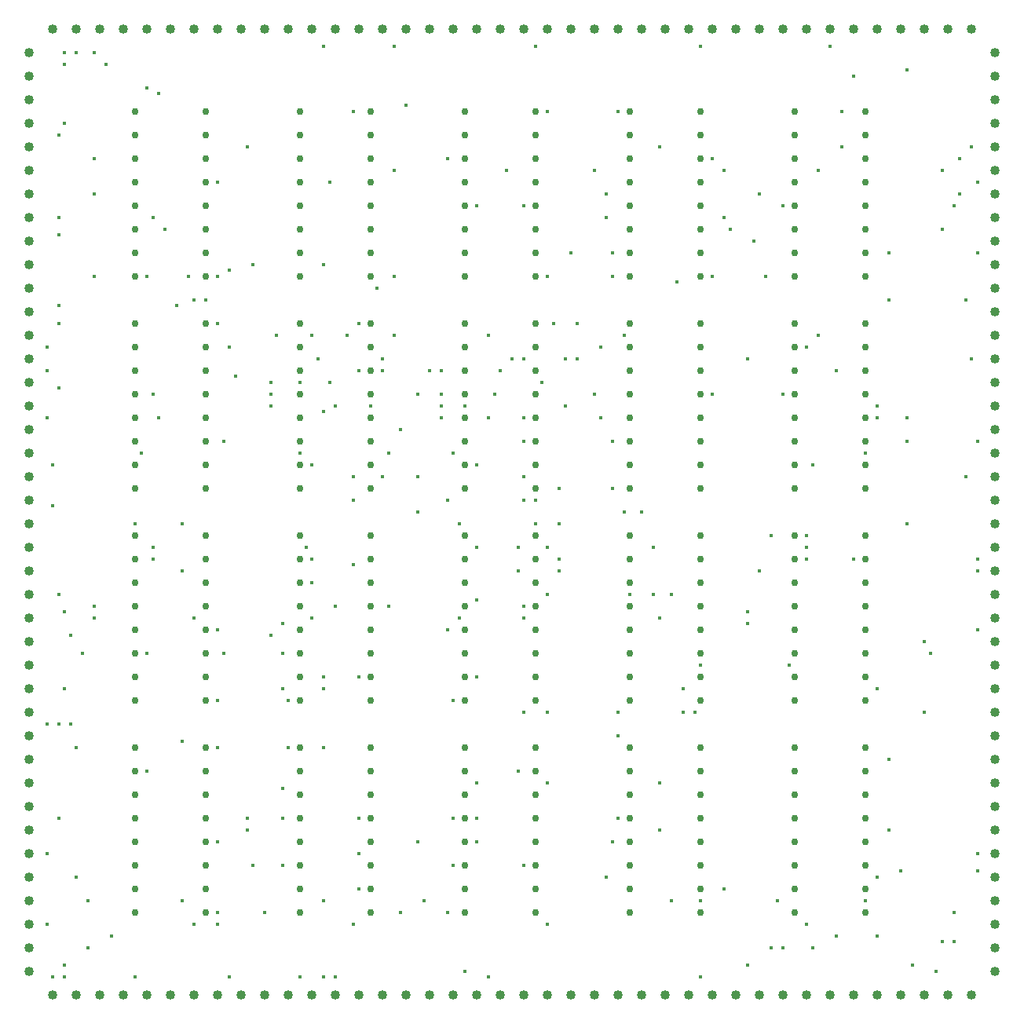
<source format=gbr>
G04 PROTEUS GERBER X2 FILE*
%TF.GenerationSoftware,Labcenter,Proteus,8.13-SP0-Build31525*%
%TF.CreationDate,2022-07-18T17:11:33+00:00*%
%TF.FileFunction,Plated,1,2,PTH*%
%TF.FilePolarity,Positive*%
%TF.Part,Single*%
%TF.SameCoordinates,{576ea621-ad59-411c-95cb-525281b3a317}*%
%FSLAX45Y45*%
%MOMM*%
G01*
%TA.AperFunction,ViaDrill*%
%ADD28C,0.381000*%
%TA.AperFunction,ComponentDrill*%
%ADD29C,1.016000*%
%TA.AperFunction,ComponentDrill*%
%ADD72C,0.762000*%
%TD.AperFunction*%
D28*
X-698500Y+3556000D03*
X-1968500Y+3302000D03*
X-1270000Y+4762500D03*
X-3175000Y+3302000D03*
X-4508500Y+4699000D03*
X-4508500Y+3556000D03*
X-2032000Y+4762500D03*
X+4508500Y-1778000D03*
X+3175000Y-4699000D03*
X-3175000Y-4699000D03*
X-3429000Y-4699000D03*
X-5016500Y-4699000D03*
X+2794000Y-4953000D03*
X+2540000Y-1460500D03*
X+2540000Y-5143500D03*
X-4826000Y-5143500D03*
X+2667000Y+3175000D03*
X+2921000Y+3048000D03*
X-63500Y+3429000D03*
X-1270000Y+3429000D03*
X+127000Y+3048000D03*
X-381000Y+3048000D03*
X+254000Y+4762500D03*
X+889000Y+3429000D03*
X+1143000Y+4064000D03*
X+381000Y+4064000D03*
X+2159000Y+3556000D03*
X+4318000Y-5143500D03*
X-4953000Y-5270500D03*
X-3048000Y-5270500D03*
X-2476500Y-4064000D03*
X-3175000Y-3810000D03*
X-3111500Y-1778000D03*
X-2476500Y-1778000D03*
X-2476500Y-1460500D03*
X-3175000Y-1524000D03*
X-2159000Y-1397000D03*
X-2603500Y-1587500D03*
X-2286000Y-5270500D03*
X-2032000Y-5270500D03*
X-1270000Y+1651000D03*
X-1651000Y+1270000D03*
X-4508500Y+3175000D03*
X+1016000Y+3175000D03*
X+2032000Y+4762500D03*
X+3429000Y+4762500D03*
X+4762500Y+3048000D03*
X+4762500Y-4572000D03*
X-4318000Y-4826000D03*
X+4635500Y+2794000D03*
X+4635500Y-4889500D03*
X-4572000Y-4953000D03*
X-4064000Y-5270500D03*
X-3810000Y+762000D03*
X-2603500Y+1016000D03*
X-1206500Y-4572000D03*
X-952500Y-4445000D03*
X-889000Y+1270000D03*
X-1397000Y+1270000D03*
X-1016000Y+1016000D03*
X-762000Y+762000D03*
X-190500Y+1016000D03*
X+127000Y+508000D03*
X+127000Y+762000D03*
X-254000Y+762000D03*
X+571500Y+889000D03*
X-508000Y+889000D03*
X+317500Y+1143000D03*
X-127000Y+1270000D03*
X+2921000Y-4953000D03*
X+3238500Y-4953000D03*
X+2286000Y-4318000D03*
X+3937000Y-4826000D03*
X+4889500Y+127000D03*
X+3238500Y+254000D03*
X+5016500Y-4127500D03*
X+4191000Y-4127500D03*
X+889000Y+1016000D03*
X+952500Y+762000D03*
X+1079500Y+508000D03*
X+4762500Y-4889500D03*
X+4635500Y+3429000D03*
X+3302000Y+3429000D03*
X+2730500Y+2286000D03*
X+2159000Y+2286000D03*
X+2667000Y-889000D03*
X+2540000Y-1333500D03*
X+2921000Y+1016000D03*
X+2159000Y+1016000D03*
X+1524000Y-635000D03*
X+381000Y-635000D03*
X+127000Y-4064000D03*
X-1651000Y-3937000D03*
X-1651000Y-4318000D03*
X-4699000Y-4191000D03*
X+63500Y-3048000D03*
X+63500Y-889000D03*
X-4826000Y-5270500D03*
X-508000Y-5207000D03*
X-254000Y-5270500D03*
X+2032000Y-5270500D03*
X+2032000Y-4445000D03*
X+2857500Y-4445000D03*
X+1714500Y-4445000D03*
X+1587500Y-3683000D03*
X-5016500Y-3937000D03*
X-381000Y-2032000D03*
X-381000Y-3175000D03*
X-4889500Y-3556000D03*
X+127000Y-1397000D03*
X+127000Y-2413000D03*
X-5016500Y-2540000D03*
X+3937000Y-4191000D03*
X+381000Y-4699000D03*
X-2159000Y+1651000D03*
X-3175000Y+1778000D03*
X-1714500Y-825500D03*
X+3937000Y-2159000D03*
X+2984500Y-1905000D03*
X-1714500Y-4699000D03*
X+3175000Y-762000D03*
X+3683000Y-762000D03*
X-2413000Y-2794000D03*
X-3175000Y-2794000D03*
X-3492500Y+2286000D03*
X-3937000Y+2286000D03*
X+1079500Y+0D03*
X-3175000Y+2286000D03*
X+1841500Y-2413000D03*
X-4064000Y-381000D03*
X+63500Y-635000D03*
X+254000Y-127000D03*
X-3873500Y-762000D03*
X-3937000Y-3048000D03*
X+3810000Y-4445000D03*
X+127000Y-127000D03*
X+0Y+1397000D03*
X+3556000Y+3683000D03*
X-1714500Y-127000D03*
X+1587500Y+3683000D03*
X-4889500Y-2540000D03*
X+1841500Y-2159000D03*
X+1968500Y-2413000D03*
X+571500Y+1397000D03*
X+952500Y+1524000D03*
X-381000Y+254000D03*
X-3873500Y+1016000D03*
X-1270000Y+2286000D03*
X-2032000Y+2413000D03*
X-2794000Y+2413000D03*
X-3048000Y+2349500D03*
X+508000Y-762000D03*
X-2032000Y-2794000D03*
X-3873500Y-635000D03*
X+127000Y+127000D03*
X+127000Y+1397000D03*
X-3048000Y+1524000D03*
X-4699000Y+4699000D03*
X-4826000Y+3937000D03*
X+1143000Y-2413000D03*
X-1143000Y+4127500D03*
X-1714500Y+4064000D03*
X-3746500Y+2794000D03*
X-2857500Y+3683000D03*
X-3556000Y-381000D03*
X-3429000Y-1397000D03*
X-2159000Y-1016000D03*
X-2159000Y-762000D03*
X-381000Y-635000D03*
X-635000Y+381000D03*
X+3810000Y+381000D03*
X+3492500Y-4826000D03*
X+4064000Y+2540000D03*
X+3937000Y+889000D03*
X-254000Y+1651000D03*
X-762000Y+889000D03*
X-1524000Y+889000D03*
X-1905000Y+889000D03*
X-2286000Y+1143000D03*
X-1968500Y+1143000D03*
X-4889500Y-1143000D03*
X-2603500Y+1143000D03*
X-1333500Y+381000D03*
X-762000Y+1016000D03*
X-762000Y+1270000D03*
X-1397000Y+1397000D03*
X-2095500Y+1397000D03*
X-5016500Y+1524000D03*
X-5016500Y+1270000D03*
X-5016500Y+762000D03*
X-1206500Y+635000D03*
X-1905000Y-1270000D03*
X+254000Y-381000D03*
X+508000Y-381000D03*
X+4254500Y-381000D03*
X+4254500Y+508000D03*
X+5016500Y+508000D03*
X-1651000Y-3556000D03*
X-2032000Y+825500D03*
X-1651000Y+1778000D03*
X+444500Y+1778000D03*
X-698500Y-1524000D03*
X-698500Y-127000D03*
X-4953000Y-190500D03*
X-4953000Y+254000D03*
X-2286000Y+381000D03*
X-2032000Y-2032000D03*
X-1651000Y-2032000D03*
X-4572000Y-4445000D03*
X-3556000Y-4445000D03*
X-3175000Y-4572000D03*
X-2667000Y-4572000D03*
X-2032000Y-4445000D03*
X-698500Y-4572000D03*
X-4826000Y-2159000D03*
X-2476500Y-2159000D03*
X-2032000Y-2159000D03*
X-635000Y-2286000D03*
X+127000Y-1270000D03*
X+508000Y+0D03*
X-4699000Y-2794000D03*
X-3556000Y-2730500D03*
X-3556000Y-889000D03*
X-571500Y-1397000D03*
X-381000Y-1206500D03*
X-571500Y-381000D03*
X+381000Y-2413000D03*
X-4762500Y-2540000D03*
X-1714500Y+127000D03*
X-1778000Y+1651000D03*
X+698500Y+1778000D03*
X+1206500Y+1651000D03*
X+3302000Y+1651000D03*
X+4953000Y+1397000D03*
X+4572000Y-5207000D03*
X-1905000Y-5270500D03*
X-2794000Y-4064000D03*
X+1778000Y+2222500D03*
X+5016500Y+2540000D03*
X+2286000Y+2921000D03*
X+1079500Y+2286000D03*
X+381000Y+2286000D03*
X-4826000Y-1333500D03*
X-4889500Y+1968500D03*
X-3619500Y+1968500D03*
X-2984500Y+1206500D03*
X-3111500Y+508000D03*
X-3937000Y-1778000D03*
X-4000500Y+381000D03*
X-4889500Y+1079500D03*
X-2159000Y+254000D03*
X-2603500Y+889000D03*
X-2540000Y+1651000D03*
X-4889500Y+1778000D03*
X-4381500Y+4572000D03*
X+4953000Y+3683000D03*
X-3937000Y+4318000D03*
X+4826000Y+3556000D03*
X-3810000Y+4254500D03*
X+5016500Y+3302000D03*
X-3873500Y+2921000D03*
X+1016000Y+2921000D03*
X+2286000Y+3429000D03*
X+4826000Y+3175000D03*
X-2476500Y-3238500D03*
X-2476500Y-3556000D03*
X-2857500Y-3683000D03*
X-1460500Y+2159000D03*
X+4889500Y+2032000D03*
X+2349500Y+2794000D03*
X+1079500Y+2540000D03*
X+635000Y+2540000D03*
X-2857500Y-3556000D03*
X+2603500Y+2667000D03*
X+3492500Y+1270000D03*
X-4826000Y+4699000D03*
X+3683000Y+4445000D03*
X-4826000Y+4572000D03*
X+4254500Y+4508500D03*
X+4254500Y+762000D03*
X+3937000Y+762000D03*
X+4064000Y+2032000D03*
X-4635500Y-1778000D03*
X-4762500Y-1587500D03*
X-635000Y-3556000D03*
X-381000Y-3556000D03*
X+381000Y-3175000D03*
X+381000Y-1143000D03*
X+1270000Y-1143000D03*
X+1524000Y-1143000D03*
X+4445000Y-2413000D03*
X+4445000Y-1651000D03*
X+5016500Y-1524000D03*
X-1016000Y-254000D03*
X-1016000Y-3810000D03*
X-635000Y-4064000D03*
X+698500Y+1397000D03*
X+2540000Y+1397000D03*
X+3175000Y-635000D03*
X+5016500Y-762000D03*
X+1016000Y-4191000D03*
X+1206500Y-254000D03*
X+5016500Y-3937000D03*
X-381000Y-3810000D03*
X+1587500Y-3175000D03*
X+2032000Y-1905000D03*
X+1143000Y-2667000D03*
X+1143000Y-3556000D03*
X+1079500Y-3810000D03*
X+1397000Y-254000D03*
X+508000Y-889000D03*
X+5016500Y-889000D03*
X+1714500Y-1143000D03*
X+1587500Y-1397000D03*
X+4064000Y-3683000D03*
X+4064000Y-2921000D03*
X-4508500Y-1270000D03*
X-4508500Y+2286000D03*
X-4889500Y+2730500D03*
X-4508500Y-1397000D03*
X-4889500Y+3810000D03*
X-4889500Y+2921000D03*
X-3429000Y+2032000D03*
X+2794000Y-508000D03*
X-3175000Y-2286000D03*
X-2413000Y-2286000D03*
X+3175000Y-508000D03*
X+3175000Y+1524000D03*
X-1397000Y+127000D03*
X-1016000Y+127000D03*
X-3302000Y+2032000D03*
X-1333500Y-1270000D03*
X+3556000Y+4064000D03*
X-2222500Y-635000D03*
D29*
X-2921000Y+4953000D03*
X-2667000Y+4953000D03*
X-2413000Y+4953000D03*
X-2159000Y+4953000D03*
X-1905000Y+4953000D03*
X-1651000Y+4953000D03*
X-1397000Y+4953000D03*
X-1143000Y+4953000D03*
X-889000Y+4953000D03*
X-635000Y+4953000D03*
X-381000Y+4953000D03*
X-127000Y+4953000D03*
X+127000Y+4953000D03*
X+381000Y+4953000D03*
X+635000Y+4953000D03*
X+889000Y+4953000D03*
X+1143000Y+4953000D03*
X+1397000Y+4953000D03*
X+1651000Y+4953000D03*
X+1905000Y+4953000D03*
X+2159000Y+4953000D03*
X+2413000Y+4953000D03*
X+2667000Y+4953000D03*
X+2921000Y+4953000D03*
X+3175000Y+4953000D03*
X+3429000Y+4953000D03*
X+3683000Y+4953000D03*
X+3937000Y+4953000D03*
X+4191000Y+4953000D03*
X+4445000Y+4953000D03*
X+4699000Y+4953000D03*
X+4953000Y+4953000D03*
X-4953000Y+4953000D03*
X-4699000Y+4953000D03*
X-4445000Y+4953000D03*
X-4191000Y+4953000D03*
X-3937000Y+4953000D03*
X-3683000Y+4953000D03*
X-3429000Y+4953000D03*
X-3175000Y+4953000D03*
X-4953000Y-5461000D03*
X-4699000Y-5461000D03*
X-4445000Y-5461000D03*
X-4191000Y-5461000D03*
X-3937000Y-5461000D03*
X-3683000Y-5461000D03*
X-3429000Y-5461000D03*
X-3175000Y-5461000D03*
X-2921000Y-5461000D03*
X-2667000Y-5461000D03*
X-2413000Y-5461000D03*
X-2159000Y-5461000D03*
X-1905000Y-5461000D03*
X-1651000Y-5461000D03*
X-1397000Y-5461000D03*
X-1143000Y-5461000D03*
X-889000Y-5461000D03*
X-635000Y-5461000D03*
X-381000Y-5461000D03*
X-127000Y-5461000D03*
X+127000Y-5461000D03*
X+381000Y-5461000D03*
X+635000Y-5461000D03*
X+889000Y-5461000D03*
X+1143000Y-5461000D03*
X+1397000Y-5461000D03*
X+1651000Y-5461000D03*
X+1905000Y-5461000D03*
X+2159000Y-5461000D03*
X+2413000Y-5461000D03*
X+2667000Y-5461000D03*
X+2921000Y-5461000D03*
X+3175000Y-5461000D03*
X+3429000Y-5461000D03*
X+3683000Y-5461000D03*
X+3937000Y-5461000D03*
X+4191000Y-5461000D03*
X+4445000Y-5461000D03*
X+4699000Y-5461000D03*
X+4953000Y-5461000D03*
X-5207000Y+4699000D03*
X-5207000Y+4445000D03*
X-5207000Y+4191000D03*
X-5207000Y+3937000D03*
X-5207000Y+3683000D03*
X-5207000Y+3429000D03*
X-5207000Y+3175000D03*
X-5207000Y+2921000D03*
X-5207000Y+2667000D03*
X-5207000Y+2413000D03*
X-5207000Y+2159000D03*
X-5207000Y+1905000D03*
X-5207000Y+1651000D03*
X-5207000Y+1397000D03*
X-5207000Y+1143000D03*
X-5207000Y+889000D03*
X-5207000Y+635000D03*
X-5207000Y+381000D03*
X-5207000Y+127000D03*
X-5207000Y-127000D03*
X-5207000Y-381000D03*
X-5207000Y-635000D03*
X-5207000Y-889000D03*
X-5207000Y-1143000D03*
X-5207000Y-1397000D03*
X-5207000Y-1651000D03*
X-5207000Y-1905000D03*
X-5207000Y-2159000D03*
X-5207000Y-2413000D03*
X-5207000Y-2667000D03*
X-5207000Y-2921000D03*
X-5207000Y-3175000D03*
X-5207000Y-3429000D03*
X-5207000Y-3683000D03*
X-5207000Y-3937000D03*
X-5207000Y-4191000D03*
X-5207000Y-4445000D03*
X-5207000Y-4699000D03*
X-5207000Y-4953000D03*
X-5207000Y-5207000D03*
X+5207000Y+4699000D03*
X+5207000Y+4445000D03*
X+5207000Y+4191000D03*
X+5207000Y+3937000D03*
X+5207000Y+3683000D03*
X+5207000Y+3429000D03*
X+5207000Y+3175000D03*
X+5207000Y+2921000D03*
X+5207000Y+2667000D03*
X+5207000Y+2413000D03*
X+5207000Y+2159000D03*
X+5207000Y+1905000D03*
X+5207000Y+1651000D03*
X+5207000Y+1397000D03*
X+5207000Y+1143000D03*
X+5207000Y+889000D03*
X+5207000Y+635000D03*
X+5207000Y+381000D03*
X+5207000Y+127000D03*
X+5207000Y-127000D03*
X+5207000Y-381000D03*
X+5207000Y-635000D03*
X+5207000Y-889000D03*
X+5207000Y-1143000D03*
X+5207000Y-1397000D03*
X+5207000Y-1651000D03*
X+5207000Y-1905000D03*
X+5207000Y-2159000D03*
X+5207000Y-2413000D03*
X+5207000Y-2667000D03*
X+5207000Y-2921000D03*
X+5207000Y-3175000D03*
X+5207000Y-3429000D03*
X+5207000Y-3683000D03*
X+5207000Y-3937000D03*
X+5207000Y-4191000D03*
X+5207000Y-4445000D03*
X+5207000Y-4699000D03*
X+5207000Y-4953000D03*
X+5207000Y-5207000D03*
D72*
X-4064000Y+4064000D03*
X-4064000Y+3810000D03*
X-4064000Y+3556000D03*
X-4064000Y+3302000D03*
X-4064000Y+3048000D03*
X-4064000Y+2794000D03*
X-4064000Y+2540000D03*
X-4064000Y+2286000D03*
X-3302000Y+2286000D03*
X-3302000Y+2540000D03*
X-3302000Y+2794000D03*
X-3302000Y+3048000D03*
X-3302000Y+3302000D03*
X-3302000Y+3556000D03*
X-3302000Y+3810000D03*
X-3302000Y+4064000D03*
X-2286000Y+4064000D03*
X-2286000Y+3810000D03*
X-2286000Y+3556000D03*
X-2286000Y+3302000D03*
X-2286000Y+3048000D03*
X-2286000Y+2794000D03*
X-2286000Y+2540000D03*
X-2286000Y+2286000D03*
X-1524000Y+2286000D03*
X-1524000Y+2540000D03*
X-1524000Y+2794000D03*
X-1524000Y+3048000D03*
X-1524000Y+3302000D03*
X-1524000Y+3556000D03*
X-1524000Y+3810000D03*
X-1524000Y+4064000D03*
X-508000Y+4064000D03*
X-508000Y+3810000D03*
X-508000Y+3556000D03*
X-508000Y+3302000D03*
X-508000Y+3048000D03*
X-508000Y+2794000D03*
X-508000Y+2540000D03*
X-508000Y+2286000D03*
X+254000Y+2286000D03*
X+254000Y+2540000D03*
X+254000Y+2794000D03*
X+254000Y+3048000D03*
X+254000Y+3302000D03*
X+254000Y+3556000D03*
X+254000Y+3810000D03*
X+254000Y+4064000D03*
X+1270000Y+4064000D03*
X+1270000Y+3810000D03*
X+1270000Y+3556000D03*
X+1270000Y+3302000D03*
X+1270000Y+3048000D03*
X+1270000Y+2794000D03*
X+1270000Y+2540000D03*
X+1270000Y+2286000D03*
X+2032000Y+2286000D03*
X+2032000Y+2540000D03*
X+2032000Y+2794000D03*
X+2032000Y+3048000D03*
X+2032000Y+3302000D03*
X+2032000Y+3556000D03*
X+2032000Y+3810000D03*
X+2032000Y+4064000D03*
X-4064000Y+1778000D03*
X-4064000Y+1524000D03*
X-4064000Y+1270000D03*
X-4064000Y+1016000D03*
X-4064000Y+762000D03*
X-4064000Y+508000D03*
X-4064000Y+254000D03*
X-4064000Y+0D03*
X-3302000Y+0D03*
X-3302000Y+254000D03*
X-3302000Y+508000D03*
X-3302000Y+762000D03*
X-3302000Y+1016000D03*
X-3302000Y+1270000D03*
X-3302000Y+1524000D03*
X-3302000Y+1778000D03*
X-2286000Y+1778000D03*
X-2286000Y+1524000D03*
X-2286000Y+1270000D03*
X-2286000Y+1016000D03*
X-2286000Y+762000D03*
X-2286000Y+508000D03*
X-2286000Y+254000D03*
X-2286000Y+0D03*
X-1524000Y+0D03*
X-1524000Y+254000D03*
X-1524000Y+508000D03*
X-1524000Y+762000D03*
X-1524000Y+1016000D03*
X-1524000Y+1270000D03*
X-1524000Y+1524000D03*
X-1524000Y+1778000D03*
X-508000Y+1778000D03*
X-508000Y+1524000D03*
X-508000Y+1270000D03*
X-508000Y+1016000D03*
X-508000Y+762000D03*
X-508000Y+508000D03*
X-508000Y+254000D03*
X-508000Y+0D03*
X+254000Y+0D03*
X+254000Y+254000D03*
X+254000Y+508000D03*
X+254000Y+762000D03*
X+254000Y+1016000D03*
X+254000Y+1270000D03*
X+254000Y+1524000D03*
X+254000Y+1778000D03*
X+3048000Y+1778000D03*
X+3048000Y+1524000D03*
X+3048000Y+1270000D03*
X+3048000Y+1016000D03*
X+3048000Y+762000D03*
X+3048000Y+508000D03*
X+3048000Y+254000D03*
X+3048000Y+0D03*
X+3810000Y+0D03*
X+3810000Y+254000D03*
X+3810000Y+508000D03*
X+3810000Y+762000D03*
X+3810000Y+1016000D03*
X+3810000Y+1270000D03*
X+3810000Y+1524000D03*
X+3810000Y+1778000D03*
X-4064000Y-508000D03*
X-4064000Y-762000D03*
X-4064000Y-1016000D03*
X-4064000Y-1270000D03*
X-4064000Y-1524000D03*
X-4064000Y-1778000D03*
X-4064000Y-2032000D03*
X-4064000Y-2286000D03*
X-3302000Y-2286000D03*
X-3302000Y-2032000D03*
X-3302000Y-1778000D03*
X-3302000Y-1524000D03*
X-3302000Y-1270000D03*
X-3302000Y-1016000D03*
X-3302000Y-762000D03*
X-3302000Y-508000D03*
X-2286000Y-508000D03*
X-2286000Y-762000D03*
X-2286000Y-1016000D03*
X-2286000Y-1270000D03*
X-2286000Y-1524000D03*
X-2286000Y-1778000D03*
X-2286000Y-2032000D03*
X-2286000Y-2286000D03*
X-1524000Y-2286000D03*
X-1524000Y-2032000D03*
X-1524000Y-1778000D03*
X-1524000Y-1524000D03*
X-1524000Y-1270000D03*
X-1524000Y-1016000D03*
X-1524000Y-762000D03*
X-1524000Y-508000D03*
X+1270000Y-508000D03*
X+1270000Y-762000D03*
X+1270000Y-1016000D03*
X+1270000Y-1270000D03*
X+1270000Y-1524000D03*
X+1270000Y-1778000D03*
X+1270000Y-2032000D03*
X+1270000Y-2286000D03*
X+2032000Y-2286000D03*
X+2032000Y-2032000D03*
X+2032000Y-1778000D03*
X+2032000Y-1524000D03*
X+2032000Y-1270000D03*
X+2032000Y-1016000D03*
X+2032000Y-762000D03*
X+2032000Y-508000D03*
X+3048000Y-508000D03*
X+3048000Y-762000D03*
X+3048000Y-1016000D03*
X+3048000Y-1270000D03*
X+3048000Y-1524000D03*
X+3048000Y-1778000D03*
X+3048000Y-2032000D03*
X+3048000Y-2286000D03*
X+3810000Y-2286000D03*
X+3810000Y-2032000D03*
X+3810000Y-1778000D03*
X+3810000Y-1524000D03*
X+3810000Y-1270000D03*
X+3810000Y-1016000D03*
X+3810000Y-762000D03*
X+3810000Y-508000D03*
X-4064000Y-2794000D03*
X-4064000Y-3048000D03*
X-4064000Y-3302000D03*
X-4064000Y-3556000D03*
X-4064000Y-3810000D03*
X-4064000Y-4064000D03*
X-4064000Y-4318000D03*
X-4064000Y-4572000D03*
X-3302000Y-4572000D03*
X-3302000Y-4318000D03*
X-3302000Y-4064000D03*
X-3302000Y-3810000D03*
X-3302000Y-3556000D03*
X-3302000Y-3302000D03*
X-3302000Y-3048000D03*
X-3302000Y-2794000D03*
X-508000Y-2794000D03*
X-508000Y-3048000D03*
X-508000Y-3302000D03*
X-508000Y-3556000D03*
X-508000Y-3810000D03*
X-508000Y-4064000D03*
X-508000Y-4318000D03*
X-508000Y-4572000D03*
X+254000Y-4572000D03*
X+254000Y-4318000D03*
X+254000Y-4064000D03*
X+254000Y-3810000D03*
X+254000Y-3556000D03*
X+254000Y-3302000D03*
X+254000Y-3048000D03*
X+254000Y-2794000D03*
X+1270000Y-2794000D03*
X+1270000Y-3048000D03*
X+1270000Y-3302000D03*
X+1270000Y-3556000D03*
X+1270000Y-3810000D03*
X+1270000Y-4064000D03*
X+1270000Y-4318000D03*
X+1270000Y-4572000D03*
X+2032000Y-4572000D03*
X+2032000Y-4318000D03*
X+2032000Y-4064000D03*
X+2032000Y-3810000D03*
X+2032000Y-3556000D03*
X+2032000Y-3302000D03*
X+2032000Y-3048000D03*
X+2032000Y-2794000D03*
X+3048000Y-2794000D03*
X+3048000Y-3048000D03*
X+3048000Y-3302000D03*
X+3048000Y-3556000D03*
X+3048000Y-3810000D03*
X+3048000Y-4064000D03*
X+3048000Y-4318000D03*
X+3048000Y-4572000D03*
X+3810000Y-4572000D03*
X+3810000Y-4318000D03*
X+3810000Y-4064000D03*
X+3810000Y-3810000D03*
X+3810000Y-3556000D03*
X+3810000Y-3302000D03*
X+3810000Y-3048000D03*
X+3810000Y-2794000D03*
X+3048000Y+4064000D03*
X+3048000Y+3810000D03*
X+3048000Y+3556000D03*
X+3048000Y+3302000D03*
X+3048000Y+3048000D03*
X+3048000Y+2794000D03*
X+3048000Y+2540000D03*
X+3048000Y+2286000D03*
X+3810000Y+2286000D03*
X+3810000Y+2540000D03*
X+3810000Y+2794000D03*
X+3810000Y+3048000D03*
X+3810000Y+3302000D03*
X+3810000Y+3556000D03*
X+3810000Y+3810000D03*
X+3810000Y+4064000D03*
X+1270000Y+1778000D03*
X+1270000Y+1524000D03*
X+1270000Y+1270000D03*
X+1270000Y+1016000D03*
X+1270000Y+762000D03*
X+1270000Y+508000D03*
X+1270000Y+254000D03*
X+1270000Y+0D03*
X+2032000Y+0D03*
X+2032000Y+254000D03*
X+2032000Y+508000D03*
X+2032000Y+762000D03*
X+2032000Y+1016000D03*
X+2032000Y+1270000D03*
X+2032000Y+1524000D03*
X+2032000Y+1778000D03*
X-508000Y-508000D03*
X-508000Y-762000D03*
X-508000Y-1016000D03*
X-508000Y-1270000D03*
X-508000Y-1524000D03*
X-508000Y-1778000D03*
X-508000Y-2032000D03*
X-508000Y-2286000D03*
X+254000Y-2286000D03*
X+254000Y-2032000D03*
X+254000Y-1778000D03*
X+254000Y-1524000D03*
X+254000Y-1270000D03*
X+254000Y-1016000D03*
X+254000Y-762000D03*
X+254000Y-508000D03*
X-2286000Y-2794000D03*
X-2286000Y-3048000D03*
X-2286000Y-3302000D03*
X-2286000Y-3556000D03*
X-2286000Y-3810000D03*
X-2286000Y-4064000D03*
X-2286000Y-4318000D03*
X-2286000Y-4572000D03*
X-1524000Y-4572000D03*
X-1524000Y-4318000D03*
X-1524000Y-4064000D03*
X-1524000Y-3810000D03*
X-1524000Y-3556000D03*
X-1524000Y-3302000D03*
X-1524000Y-3048000D03*
X-1524000Y-2794000D03*
M02*

</source>
